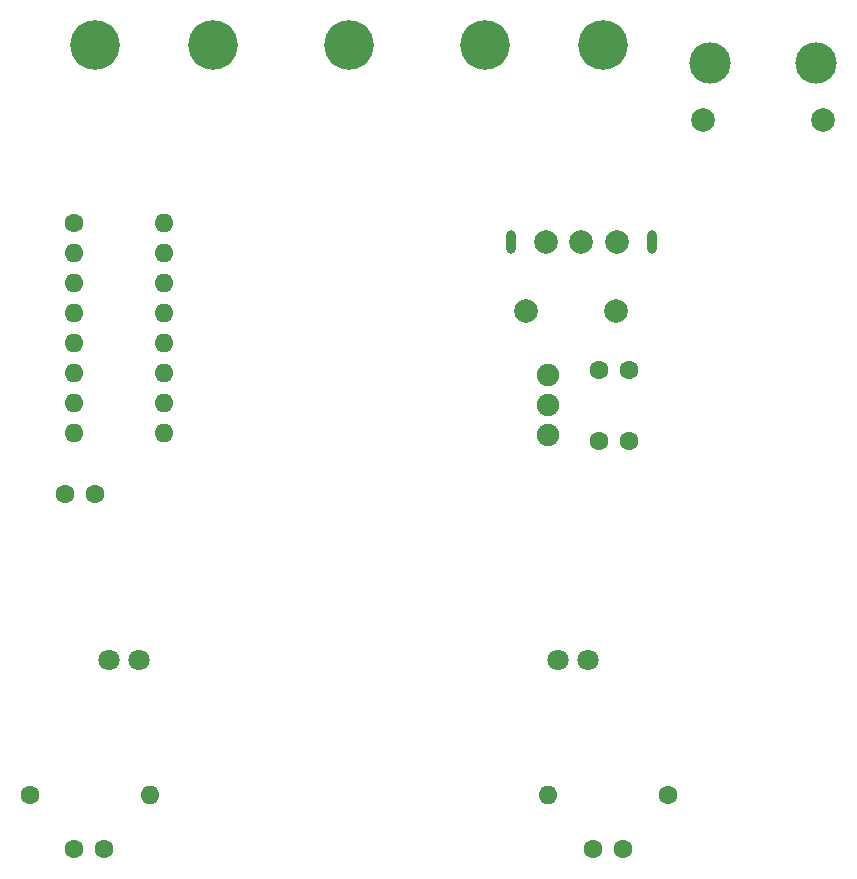
<source format=gbr>
%TF.GenerationSoftware,KiCad,Pcbnew,(6.0.11)*%
%TF.CreationDate,2023-11-04T21:10:05-03:00*%
%TF.ProjectId,bitmovel,6269746d-6f76-4656-9c2e-6b696361645f,rev?*%
%TF.SameCoordinates,Original*%
%TF.FileFunction,Soldermask,Top*%
%TF.FilePolarity,Negative*%
%FSLAX46Y46*%
G04 Gerber Fmt 4.6, Leading zero omitted, Abs format (unit mm)*
G04 Created by KiCad (PCBNEW (6.0.11)) date 2023-11-04 21:10:05*
%MOMM*%
%LPD*%
G01*
G04 APERTURE LIST*
G04 Aperture macros list*
%AMRoundRect*
0 Rectangle with rounded corners*
0 $1 Rounding radius*
0 $2 $3 $4 $5 $6 $7 $8 $9 X,Y pos of 4 corners*
0 Add a 4 corners polygon primitive as box body*
4,1,4,$2,$3,$4,$5,$6,$7,$8,$9,$2,$3,0*
0 Add four circle primitives for the rounded corners*
1,1,$1+$1,$2,$3*
1,1,$1+$1,$4,$5*
1,1,$1+$1,$6,$7*
1,1,$1+$1,$8,$9*
0 Add four rect primitives between the rounded corners*
20,1,$1+$1,$2,$3,$4,$5,0*
20,1,$1+$1,$4,$5,$6,$7,0*
20,1,$1+$1,$6,$7,$8,$9,0*
20,1,$1+$1,$8,$9,$2,$3,0*%
G04 Aperture macros list end*
%ADD10C,1.600000*%
%ADD11O,1.600000X1.600000*%
%ADD12C,4.200000*%
%ADD13C,1.800000*%
%ADD14C,1.905000*%
%ADD15RoundRect,0.400000X0.000000X0.600000X0.000000X0.600000X0.000000X-0.600000X0.000000X-0.600000X0*%
%ADD16C,2.000000*%
%ADD17C,3.500000*%
G04 APERTURE END LIST*
D10*
%TO.C,R1*%
X177000000Y-113500000D03*
D11*
X166840000Y-113500000D03*
%TD*%
D12*
%TO.C,J2*%
X128500000Y-50000000D03*
X150000000Y-50000000D03*
X171500000Y-50000000D03*
X161500000Y-50000000D03*
X138500000Y-50000000D03*
%TD*%
D10*
%TO.C,U2*%
X126700000Y-65000000D03*
D11*
X126700000Y-67540000D03*
X126700000Y-70080000D03*
X126700000Y-72620000D03*
X126700000Y-75160000D03*
X126700000Y-77700000D03*
X126700000Y-80240000D03*
X126700000Y-82780000D03*
X134320000Y-82780000D03*
X134320000Y-80240000D03*
X134320000Y-77700000D03*
X134320000Y-75160000D03*
X134320000Y-72620000D03*
X134320000Y-70080000D03*
X134320000Y-67540000D03*
X134320000Y-65000000D03*
%TD*%
D13*
%TO.C,REF\u002A\u002A*%
X129730000Y-102000000D03*
X132270000Y-102000000D03*
%TD*%
%TO.C,REF\u002A\u002A*%
X167730000Y-102000000D03*
X170270000Y-102000000D03*
%TD*%
D14*
%TO.C,U1*%
X166900000Y-83000000D03*
X166900000Y-80460000D03*
X166900000Y-77920000D03*
%TD*%
D15*
%TO.C,SW1*%
X163700000Y-66600000D03*
X175700000Y-66600000D03*
D16*
X172700000Y-66600000D03*
X169700000Y-66600000D03*
X166700000Y-66600000D03*
%TD*%
%TO.C,D3*%
X165000000Y-72500000D03*
X172620000Y-72500000D03*
%TD*%
D10*
%TO.C,C1*%
X171200000Y-77500000D03*
X173700000Y-77500000D03*
%TD*%
%TO.C,C2*%
X171200000Y-83500000D03*
X173700000Y-83500000D03*
%TD*%
%TO.C,C3*%
X126000000Y-88000000D03*
X128500000Y-88000000D03*
%TD*%
D17*
%TO.C,J1*%
X180580000Y-51500000D03*
X189580000Y-51500000D03*
D16*
X180000000Y-56300000D03*
X190160000Y-56300000D03*
%TD*%
D10*
%TO.C,D1*%
X170700000Y-118000000D03*
X173240000Y-118000000D03*
%TD*%
%TO.C,R2*%
X123000000Y-113500000D03*
D11*
X133160000Y-113500000D03*
%TD*%
D10*
%TO.C,D2*%
X129250000Y-118000000D03*
X126710000Y-118000000D03*
%TD*%
M02*

</source>
